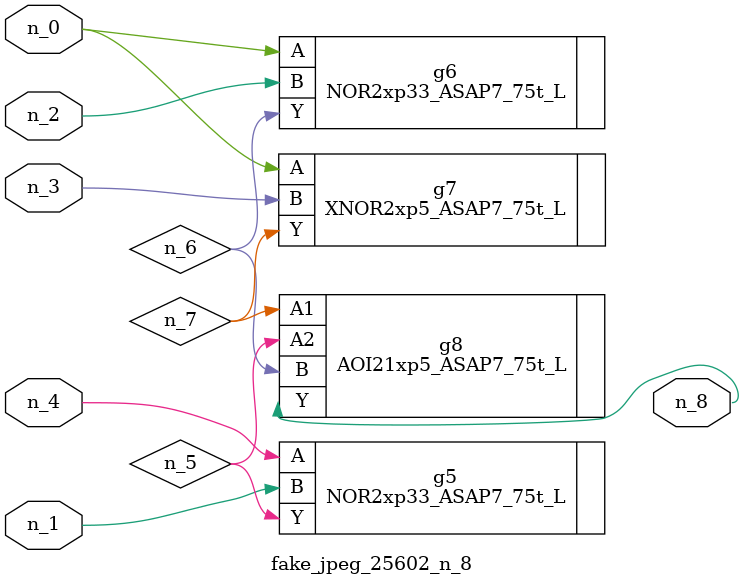
<source format=v>
module fake_jpeg_25602_n_8 (n_3, n_2, n_1, n_0, n_4, n_8);

input n_3;
input n_2;
input n_1;
input n_0;
input n_4;

output n_8;

wire n_6;
wire n_5;
wire n_7;

NOR2xp33_ASAP7_75t_L g5 ( 
.A(n_4),
.B(n_1),
.Y(n_5)
);

NOR2xp33_ASAP7_75t_L g6 ( 
.A(n_0),
.B(n_2),
.Y(n_6)
);

XNOR2xp5_ASAP7_75t_L g7 ( 
.A(n_0),
.B(n_3),
.Y(n_7)
);

AOI21xp5_ASAP7_75t_L g8 ( 
.A1(n_7),
.A2(n_5),
.B(n_6),
.Y(n_8)
);


endmodule
</source>
